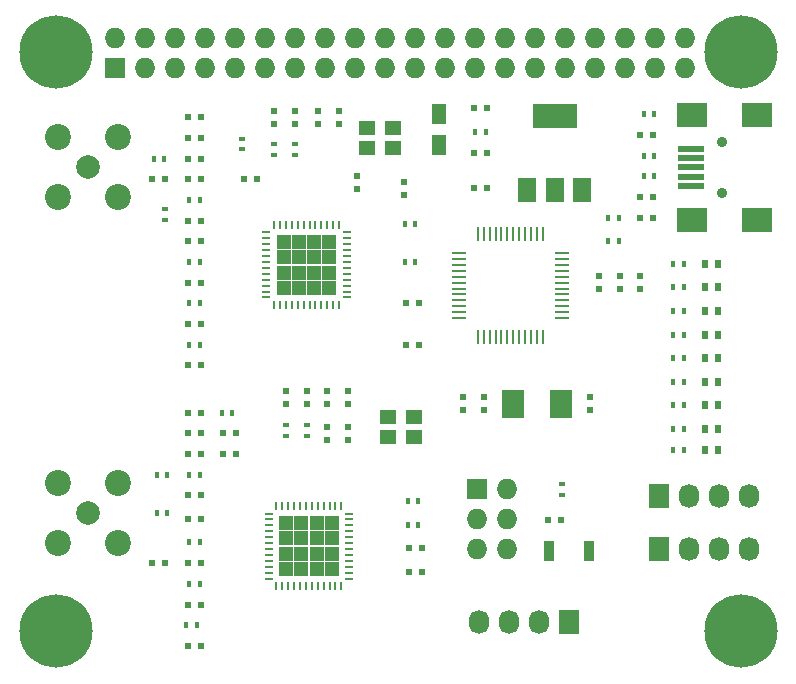
<source format=gts>
G04 #@! TF.GenerationSoftware,KiCad,Pcbnew,(2017-12-10 revision 6ee26fd)-master*
G04 #@! TF.CreationDate,2018-02-02T05:24:30+01:00*
G04 #@! TF.ProjectId,mmdvm_hs_dual_hat,6D6D64766D5F68735F6475616C5F6861,rev?*
G04 #@! TF.SameCoordinates,Original*
G04 #@! TF.FileFunction,Soldermask,Top*
G04 #@! TF.FilePolarity,Negative*
%FSLAX46Y46*%
G04 Gerber Fmt 4.6, Leading zero omitted, Abs format (unit mm)*
G04 Created by KiCad (PCBNEW (2017-12-10 revision 6ee26fd)-master) date Friday, 02. February 2018 'u24' 05:24:30*
%MOMM*%
%LPD*%
G01*
G04 APERTURE LIST*
%ADD10R,3.800000X2.000000*%
%ADD11R,1.500000X2.000000*%
%ADD12C,6.200000*%
%ADD13R,0.600000X0.500000*%
%ADD14R,0.500000X0.600000*%
%ADD15R,1.230000X1.800000*%
%ADD16R,0.400000X0.600000*%
%ADD17R,0.600000X0.400000*%
%ADD18C,2.200000*%
%ADD19C,2.000000*%
%ADD20R,1.727200X2.032000*%
%ADD21O,1.727200X2.032000*%
%ADD22R,0.900000X1.700000*%
%ADD23R,0.700000X0.250000*%
%ADD24R,0.250000X0.700000*%
%ADD25R,1.287500X1.287500*%
%ADD26R,0.250000X1.300000*%
%ADD27R,1.300000X0.250000*%
%ADD28R,1.400000X1.200000*%
%ADD29R,1.900000X2.400000*%
%ADD30R,2.301240X0.500380*%
%ADD31R,2.499360X1.998980*%
%ADD32C,0.899160*%
%ADD33R,1.727200X1.727200*%
%ADD34O,1.727200X1.727200*%
%ADD35R,0.600000X0.700000*%
G04 APERTURE END LIST*
D10*
X136000000Y-91350000D03*
D11*
X136000000Y-97650000D03*
X138300000Y-97650000D03*
X133700000Y-97650000D03*
D12*
X151750000Y-86000000D03*
X151750000Y-135000000D03*
X93750000Y-135000000D03*
X93750000Y-86000000D03*
D13*
X103050000Y-96750000D03*
X101950000Y-96750000D03*
X103050000Y-129250000D03*
X101950000Y-129250000D03*
X106050000Y-96750000D03*
X104950000Y-96750000D03*
X104950000Y-120000000D03*
X106050000Y-120000000D03*
X106050000Y-95000000D03*
X104950000Y-95000000D03*
X106050000Y-100250000D03*
X104950000Y-100250000D03*
X106050000Y-102000000D03*
X104950000Y-102000000D03*
X104950000Y-118250000D03*
X106050000Y-118250000D03*
X106050000Y-123500000D03*
X104950000Y-123500000D03*
X106050000Y-125500000D03*
X104950000Y-125500000D03*
X106050000Y-105500000D03*
X104950000Y-105500000D03*
X106050000Y-129250000D03*
X104950000Y-129250000D03*
X106050000Y-93250000D03*
X104950000Y-93250000D03*
X104950000Y-116500000D03*
X106050000Y-116500000D03*
X106050000Y-109000000D03*
X104950000Y-109000000D03*
X106050000Y-132750000D03*
X104950000Y-132750000D03*
X106050000Y-91500000D03*
X104950000Y-91500000D03*
X107950000Y-120000000D03*
X109050000Y-120000000D03*
X106050000Y-112500000D03*
X104950000Y-112500000D03*
X106050000Y-136250000D03*
X104950000Y-136250000D03*
D14*
X112250000Y-92050000D03*
X112250000Y-90950000D03*
X113250000Y-115800000D03*
X113250000Y-114700000D03*
D13*
X110800000Y-96750000D03*
X109700000Y-96750000D03*
X109050000Y-118250000D03*
X107950000Y-118250000D03*
D14*
X114000000Y-92050000D03*
X114000000Y-90950000D03*
X115000000Y-115800000D03*
X115000000Y-114700000D03*
X116000000Y-92050000D03*
X116000000Y-90950000D03*
X116750000Y-118800000D03*
X116750000Y-117700000D03*
X117750000Y-90950000D03*
X117750000Y-92050000D03*
X116750000Y-114700000D03*
X116750000Y-115800000D03*
X123250000Y-96950000D03*
X123250000Y-98050000D03*
X118500000Y-115800000D03*
X118500000Y-114700000D03*
X118500000Y-118800000D03*
X118500000Y-117700000D03*
X119250000Y-96450000D03*
X119250000Y-97550000D03*
D13*
X124550000Y-110750000D03*
X123450000Y-110750000D03*
X124750000Y-130000000D03*
X123650000Y-130000000D03*
X124550000Y-107250000D03*
X123450000Y-107250000D03*
X124750000Y-128000000D03*
X123650000Y-128000000D03*
X129200000Y-97500000D03*
X130300000Y-97500000D03*
D14*
X130000000Y-116300000D03*
X130000000Y-115200000D03*
X139000000Y-116300000D03*
X139000000Y-115200000D03*
D13*
X136550000Y-125600000D03*
X135450000Y-125600000D03*
X130300000Y-90750000D03*
X129200000Y-90750000D03*
D14*
X139750000Y-106050000D03*
X139750000Y-104950000D03*
X141500000Y-106050000D03*
X141500000Y-104950000D03*
D15*
X126250000Y-91190000D03*
X126250000Y-93810000D03*
D14*
X143250000Y-106050000D03*
X143250000Y-104950000D03*
D13*
X129200000Y-94500000D03*
X130300000Y-94500000D03*
D16*
X102050000Y-95000000D03*
X102950000Y-95000000D03*
X102300000Y-125000000D03*
X103200000Y-125000000D03*
D17*
X103000000Y-99300000D03*
X103000000Y-100200000D03*
D16*
X102300000Y-121750000D03*
X103200000Y-121750000D03*
X105050000Y-103750000D03*
X105950000Y-103750000D03*
X105050000Y-127500000D03*
X105950000Y-127500000D03*
X105050000Y-98500000D03*
X105950000Y-98500000D03*
X105950000Y-121750000D03*
X105050000Y-121750000D03*
X130200000Y-92750000D03*
X129300000Y-92750000D03*
D18*
X93960000Y-98290000D03*
X93960000Y-93210000D03*
X99040000Y-93210000D03*
X99040000Y-98290000D03*
D19*
X96500000Y-95750000D03*
D18*
X93960000Y-127540000D03*
X93960000Y-122460000D03*
X99040000Y-122460000D03*
X99040000Y-127540000D03*
D19*
X96500000Y-125000000D03*
D20*
X137180000Y-134200000D03*
D21*
X134640000Y-134200000D03*
X132100000Y-134200000D03*
X129560000Y-134200000D03*
D20*
X144850000Y-123550000D03*
D21*
X147390000Y-123550000D03*
X149930000Y-123550000D03*
X152470000Y-123550000D03*
D20*
X144850000Y-128050000D03*
D21*
X147390000Y-128050000D03*
X149930000Y-128050000D03*
X152470000Y-128050000D03*
D16*
X140550000Y-102000000D03*
X141450000Y-102000000D03*
X105950000Y-107250000D03*
X105050000Y-107250000D03*
X105950000Y-131000000D03*
X105050000Y-131000000D03*
X105950000Y-110750000D03*
X105050000Y-110750000D03*
X105700000Y-134500000D03*
X104800000Y-134500000D03*
D17*
X109500000Y-94200000D03*
X109500000Y-93300000D03*
D16*
X107800000Y-116500000D03*
X108700000Y-116500000D03*
D17*
X112250000Y-94700000D03*
X112250000Y-93800000D03*
X113250000Y-118450000D03*
X113250000Y-117550000D03*
X114000000Y-94700000D03*
X114000000Y-93800000D03*
X115000000Y-118450000D03*
X115000000Y-117550000D03*
D16*
X124200000Y-100500000D03*
X123300000Y-100500000D03*
X124200000Y-103750000D03*
X123300000Y-103750000D03*
X124450000Y-124000000D03*
X123550000Y-124000000D03*
X124450000Y-126000000D03*
X123550000Y-126000000D03*
D17*
X136600000Y-123450000D03*
X136600000Y-122550000D03*
D16*
X146950000Y-103900000D03*
X146050000Y-103900000D03*
X146950000Y-107900000D03*
X146050000Y-107900000D03*
X146950000Y-109900000D03*
X146050000Y-109900000D03*
X146950000Y-111900000D03*
X146050000Y-111900000D03*
X146950000Y-113900000D03*
X146050000Y-113900000D03*
X146950000Y-115900000D03*
X146050000Y-115900000D03*
X146050000Y-105900000D03*
X146950000Y-105900000D03*
D22*
X138900000Y-128200000D03*
X135500000Y-128200000D03*
D23*
X111600000Y-101250000D03*
X111600000Y-101750000D03*
X111600000Y-102250000D03*
X111600000Y-102750000D03*
X111600000Y-103250000D03*
X111600000Y-103750000D03*
X111600000Y-104250000D03*
X111600000Y-104750000D03*
X111600000Y-105250000D03*
X111600000Y-105750000D03*
X111600000Y-106250000D03*
X111600000Y-106750000D03*
D24*
X112250000Y-107400000D03*
X112750000Y-107400000D03*
X113250000Y-107400000D03*
X113750000Y-107400000D03*
X114250000Y-107400000D03*
X114750000Y-107400000D03*
X115250000Y-107400000D03*
X115750000Y-107400000D03*
X116250000Y-107400000D03*
X116750000Y-107400000D03*
X117250000Y-107400000D03*
X117750000Y-107400000D03*
D23*
X118400000Y-106750000D03*
X118400000Y-106250000D03*
X118400000Y-105750000D03*
X118400000Y-105250000D03*
X118400000Y-104750000D03*
X118400000Y-104250000D03*
X118400000Y-103750000D03*
X118400000Y-103250000D03*
X118400000Y-102750000D03*
X118400000Y-102250000D03*
X118400000Y-101750000D03*
X118400000Y-101250000D03*
D24*
X117750000Y-100600000D03*
X117250000Y-100600000D03*
X116750000Y-100600000D03*
X116250000Y-100600000D03*
X115750000Y-100600000D03*
X115250000Y-100600000D03*
X114750000Y-100600000D03*
X114250000Y-100600000D03*
X113750000Y-100600000D03*
X113250000Y-100600000D03*
X112750000Y-100600000D03*
X112250000Y-100600000D03*
D25*
X116931250Y-105931250D03*
X116931250Y-104643750D03*
X116931250Y-103356250D03*
X116931250Y-102068750D03*
X115643750Y-105931250D03*
X115643750Y-104643750D03*
X115643750Y-103356250D03*
X115643750Y-102068750D03*
X114356250Y-105931250D03*
X114356250Y-104643750D03*
X114356250Y-103356250D03*
X114356250Y-102068750D03*
X113068750Y-105931250D03*
X113068750Y-104643750D03*
X113068750Y-103356250D03*
X113068750Y-102068750D03*
D23*
X111800000Y-125050000D03*
X111800000Y-125550000D03*
X111800000Y-126050000D03*
X111800000Y-126550000D03*
X111800000Y-127050000D03*
X111800000Y-127550000D03*
X111800000Y-128050000D03*
X111800000Y-128550000D03*
X111800000Y-129050000D03*
X111800000Y-129550000D03*
X111800000Y-130050000D03*
X111800000Y-130550000D03*
D24*
X112450000Y-131200000D03*
X112950000Y-131200000D03*
X113450000Y-131200000D03*
X113950000Y-131200000D03*
X114450000Y-131200000D03*
X114950000Y-131200000D03*
X115450000Y-131200000D03*
X115950000Y-131200000D03*
X116450000Y-131200000D03*
X116950000Y-131200000D03*
X117450000Y-131200000D03*
X117950000Y-131200000D03*
D23*
X118600000Y-130550000D03*
X118600000Y-130050000D03*
X118600000Y-129550000D03*
X118600000Y-129050000D03*
X118600000Y-128550000D03*
X118600000Y-128050000D03*
X118600000Y-127550000D03*
X118600000Y-127050000D03*
X118600000Y-126550000D03*
X118600000Y-126050000D03*
X118600000Y-125550000D03*
X118600000Y-125050000D03*
D24*
X117950000Y-124400000D03*
X117450000Y-124400000D03*
X116950000Y-124400000D03*
X116450000Y-124400000D03*
X115950000Y-124400000D03*
X115450000Y-124400000D03*
X114950000Y-124400000D03*
X114450000Y-124400000D03*
X113950000Y-124400000D03*
X113450000Y-124400000D03*
X112950000Y-124400000D03*
X112450000Y-124400000D03*
D25*
X117131250Y-129731250D03*
X117131250Y-128443750D03*
X117131250Y-127156250D03*
X117131250Y-125868750D03*
X115843750Y-129731250D03*
X115843750Y-128443750D03*
X115843750Y-127156250D03*
X115843750Y-125868750D03*
X114556250Y-129731250D03*
X114556250Y-128443750D03*
X114556250Y-127156250D03*
X114556250Y-125868750D03*
X113268750Y-129731250D03*
X113268750Y-128443750D03*
X113268750Y-127156250D03*
X113268750Y-125868750D03*
D26*
X129500000Y-110100000D03*
X130000000Y-110100000D03*
X130500000Y-110100000D03*
X131000000Y-110100000D03*
X131500000Y-110100000D03*
X132000000Y-110100000D03*
X132500000Y-110100000D03*
X133000000Y-110100000D03*
X133500000Y-110100000D03*
X134000000Y-110100000D03*
X134500000Y-110100000D03*
X135000000Y-110100000D03*
D27*
X136600000Y-108500000D03*
X136600000Y-108000000D03*
X136600000Y-107500000D03*
X136600000Y-107000000D03*
X136600000Y-106500000D03*
X136600000Y-106000000D03*
X136600000Y-105500000D03*
X136600000Y-105000000D03*
X136600000Y-104500000D03*
X136600000Y-104000000D03*
X136600000Y-103500000D03*
X136600000Y-103000000D03*
D26*
X135000000Y-101400000D03*
X134500000Y-101400000D03*
X134000000Y-101400000D03*
X133500000Y-101400000D03*
X133000000Y-101400000D03*
X132500000Y-101400000D03*
X132000000Y-101400000D03*
X131500000Y-101400000D03*
X131000000Y-101400000D03*
X130500000Y-101400000D03*
X130000000Y-101400000D03*
X129500000Y-101400000D03*
D27*
X127900000Y-103000000D03*
X127900000Y-103500000D03*
X127900000Y-104000000D03*
X127900000Y-104500000D03*
X127900000Y-105000000D03*
X127900000Y-105500000D03*
X127900000Y-106000000D03*
X127900000Y-106500000D03*
X127900000Y-107000000D03*
X127900000Y-107500000D03*
X127900000Y-108000000D03*
X127900000Y-108500000D03*
D28*
X122350000Y-92400000D03*
X120150000Y-92400000D03*
X120150000Y-94100000D03*
X122350000Y-94100000D03*
D29*
X132450000Y-115750000D03*
X136550000Y-115750000D03*
D13*
X144300000Y-98250000D03*
X143200000Y-98250000D03*
X143200000Y-93000000D03*
X144300000Y-93000000D03*
X144300000Y-100000000D03*
X143200000Y-100000000D03*
D16*
X140550000Y-100000000D03*
X141450000Y-100000000D03*
D30*
X147550680Y-97350200D03*
X147550680Y-96550100D03*
X147550680Y-95750000D03*
X147550680Y-94949900D03*
X147550680Y-94149800D03*
D31*
X147649740Y-100200080D03*
X153148840Y-100200080D03*
X147649740Y-91299920D03*
X153148840Y-91299920D03*
D32*
X150149100Y-97949640D03*
X150149100Y-93550360D03*
D16*
X144450000Y-96500000D03*
X143550000Y-96500000D03*
X144450000Y-94750000D03*
X143550000Y-94750000D03*
D33*
X98800000Y-87300000D03*
D34*
X98800000Y-84760000D03*
X101340000Y-87300000D03*
X101340000Y-84760000D03*
X103880000Y-87300000D03*
X103880000Y-84760000D03*
X106420000Y-87300000D03*
X106420000Y-84760000D03*
X108960000Y-87300000D03*
X108960000Y-84760000D03*
X111500000Y-87300000D03*
X111500000Y-84760000D03*
X114040000Y-87300000D03*
X114040000Y-84760000D03*
X116580000Y-87300000D03*
X116580000Y-84760000D03*
X119120000Y-87300000D03*
X119120000Y-84760000D03*
X121660000Y-87300000D03*
X121660000Y-84760000D03*
X124200000Y-87300000D03*
X124200000Y-84760000D03*
X126740000Y-87300000D03*
X126740000Y-84760000D03*
X129280000Y-87300000D03*
X129280000Y-84760000D03*
X131820000Y-87300000D03*
X131820000Y-84760000D03*
X134360000Y-87300000D03*
X134360000Y-84760000D03*
X136900000Y-87300000D03*
X136900000Y-84760000D03*
X139440000Y-87300000D03*
X139440000Y-84760000D03*
X141980000Y-87300000D03*
X141980000Y-84760000D03*
X144520000Y-87300000D03*
X144520000Y-84760000D03*
X147060000Y-87300000D03*
X147060000Y-84760000D03*
D16*
X143550000Y-91250000D03*
X144450000Y-91250000D03*
D33*
X129400000Y-123000000D03*
D34*
X131940000Y-123000000D03*
X129400000Y-125540000D03*
X131940000Y-125540000D03*
X129400000Y-128080000D03*
X131940000Y-128080000D03*
D16*
X146950000Y-117900000D03*
X146050000Y-117900000D03*
D14*
X128250000Y-115200000D03*
X128250000Y-116300000D03*
D28*
X124100000Y-118600000D03*
X121900000Y-118600000D03*
X121900000Y-116900000D03*
X124100000Y-116900000D03*
D35*
X149800000Y-107900000D03*
X148700000Y-107900000D03*
X148700000Y-113900000D03*
X149800000Y-113900000D03*
X149800000Y-111900000D03*
X148700000Y-111900000D03*
X149800000Y-117900000D03*
X148700000Y-117900000D03*
X148700000Y-109900000D03*
X149800000Y-109900000D03*
X148700000Y-103900000D03*
X149800000Y-103900000D03*
X148700000Y-105900000D03*
X149800000Y-105900000D03*
X149800000Y-115900000D03*
X148700000Y-115900000D03*
X149800000Y-119650000D03*
X148700000Y-119650000D03*
D16*
X146050000Y-119650000D03*
X146950000Y-119650000D03*
M02*

</source>
